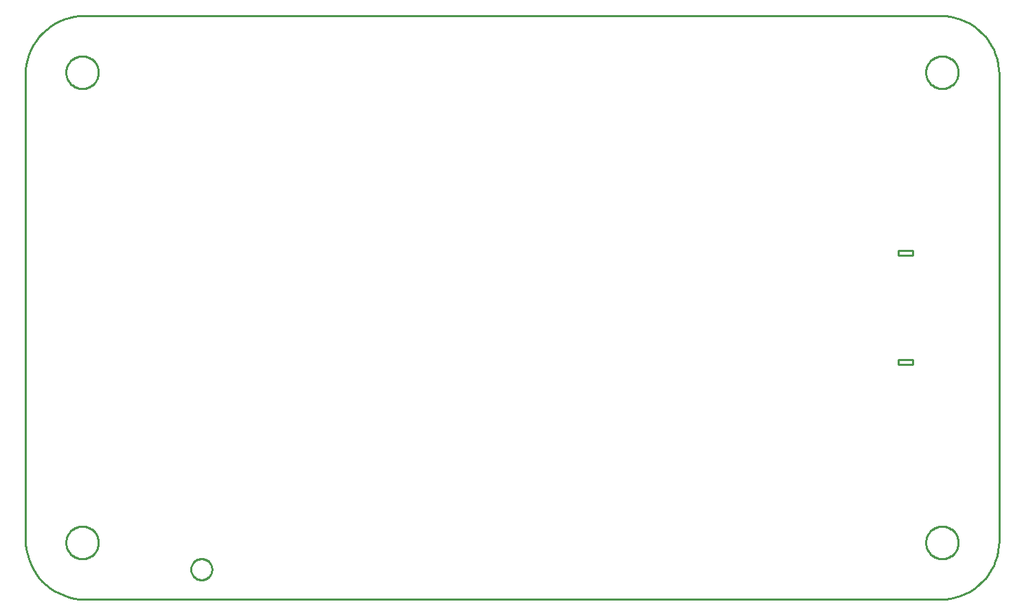
<source format=gbr>
G04 EAGLE Gerber RS-274X export*
G75*
%MOMM*%
%FSLAX34Y34*%
%LPD*%
%IN*%
%IPPOS*%
%AMOC8*
5,1,8,0,0,1.08239X$1,22.5*%
G01*
%ADD10C,0.254000*%


D10*
X-1200000Y-285000D02*
X-1199828Y-291433D01*
X-1199097Y-297826D01*
X-1197811Y-304131D01*
X-1195980Y-310299D01*
X-1193618Y-316285D01*
X-1190744Y-322042D01*
X-1187379Y-327527D01*
X-1183549Y-332698D01*
X-1179283Y-337515D01*
X-1174613Y-341942D01*
X-1169575Y-345946D01*
X-1164208Y-349494D01*
X-1158551Y-352562D01*
X-1152649Y-355125D01*
X-1146545Y-357164D01*
X-1140288Y-358663D01*
X-1133923Y-359610D01*
X-1127500Y-360000D01*
X-72300Y-360000D01*
X-65981Y-359724D01*
X-59711Y-358899D01*
X-53536Y-357530D01*
X-47504Y-355628D01*
X-41660Y-353207D01*
X-36050Y-350287D01*
X-30716Y-346889D01*
X-25698Y-343038D01*
X-21035Y-338765D01*
X-16762Y-334102D01*
X-12911Y-329084D01*
X-9513Y-323750D01*
X-6593Y-318140D01*
X-4172Y-312296D01*
X-2270Y-306264D01*
X-901Y-300090D01*
X-76Y-293819D01*
X200Y-287500D01*
X200Y287500D01*
X-76Y293819D01*
X-901Y300090D01*
X-2270Y306264D01*
X-4172Y312296D01*
X-6593Y318140D01*
X-9513Y323750D01*
X-12911Y329084D01*
X-16762Y334102D01*
X-21035Y338765D01*
X-25698Y343038D01*
X-30716Y346889D01*
X-36050Y350287D01*
X-41660Y353207D01*
X-47504Y355628D01*
X-53536Y357530D01*
X-59711Y358899D01*
X-65981Y359724D01*
X-72300Y360000D01*
X-1127500Y360000D01*
X-1133819Y359724D01*
X-1140090Y358899D01*
X-1146264Y357530D01*
X-1152296Y355628D01*
X-1158140Y353207D01*
X-1163750Y350287D01*
X-1169084Y346889D01*
X-1174102Y343038D01*
X-1178765Y338765D01*
X-1183038Y334102D01*
X-1186889Y329084D01*
X-1190287Y323750D01*
X-1193207Y318140D01*
X-1195628Y312296D01*
X-1197530Y306264D01*
X-1198899Y300090D01*
X-1199724Y293819D01*
X-1200000Y287500D01*
X-1200000Y-285000D01*
X-123500Y64500D02*
X-106500Y64500D01*
X-106500Y70500D01*
X-123500Y70500D01*
X-123500Y64500D01*
X-123500Y-70500D02*
X-106500Y-70500D01*
X-106500Y-64500D01*
X-123500Y-64500D01*
X-123500Y-70500D01*
X-982536Y-310000D02*
X-981609Y-310066D01*
X-980690Y-310198D01*
X-979783Y-310396D01*
X-978892Y-310657D01*
X-978022Y-310982D01*
X-977177Y-311368D01*
X-976362Y-311813D01*
X-975581Y-312315D01*
X-974838Y-312871D01*
X-974136Y-313479D01*
X-973479Y-314136D01*
X-972871Y-314838D01*
X-972315Y-315581D01*
X-971813Y-316362D01*
X-971368Y-317177D01*
X-970982Y-318022D01*
X-970657Y-318892D01*
X-970396Y-319783D01*
X-970198Y-320690D01*
X-970066Y-321609D01*
X-970000Y-322536D01*
X-970000Y-323464D01*
X-970066Y-324391D01*
X-970198Y-325310D01*
X-970396Y-326217D01*
X-970657Y-327108D01*
X-970982Y-327978D01*
X-971368Y-328823D01*
X-971813Y-329638D01*
X-972315Y-330419D01*
X-972871Y-331162D01*
X-973479Y-331864D01*
X-974136Y-332521D01*
X-974838Y-333129D01*
X-975581Y-333685D01*
X-976362Y-334187D01*
X-977177Y-334632D01*
X-978022Y-335018D01*
X-978892Y-335343D01*
X-979783Y-335604D01*
X-980690Y-335802D01*
X-981609Y-335934D01*
X-982536Y-336000D01*
X-983464Y-336000D01*
X-984391Y-335934D01*
X-985310Y-335802D01*
X-986217Y-335604D01*
X-987108Y-335343D01*
X-987978Y-335018D01*
X-988823Y-334632D01*
X-989638Y-334187D01*
X-990419Y-333685D01*
X-991162Y-333129D01*
X-991864Y-332521D01*
X-992521Y-331864D01*
X-993129Y-331162D01*
X-993685Y-330419D01*
X-994187Y-329638D01*
X-994632Y-328823D01*
X-995018Y-327978D01*
X-995343Y-327108D01*
X-995604Y-326217D01*
X-995802Y-325310D01*
X-995934Y-324391D01*
X-996000Y-323464D01*
X-996000Y-322536D01*
X-995934Y-321609D01*
X-995802Y-320690D01*
X-995604Y-319783D01*
X-995343Y-318892D01*
X-995018Y-318022D01*
X-994632Y-317177D01*
X-994187Y-316362D01*
X-993685Y-315581D01*
X-993129Y-314838D01*
X-992521Y-314136D01*
X-991864Y-313479D01*
X-991162Y-312871D01*
X-990419Y-312315D01*
X-989638Y-311813D01*
X-988823Y-311368D01*
X-987978Y-310982D01*
X-987108Y-310657D01*
X-986217Y-310396D01*
X-985310Y-310198D01*
X-984391Y-310066D01*
X-983464Y-310000D01*
X-982536Y-310000D01*
X-1110000Y289396D02*
X-1110073Y288189D01*
X-1110219Y286989D01*
X-1110437Y285800D01*
X-1110726Y284627D01*
X-1111085Y283473D01*
X-1111514Y282343D01*
X-1112010Y281241D01*
X-1112572Y280170D01*
X-1113197Y279136D01*
X-1113884Y278141D01*
X-1114629Y277190D01*
X-1115431Y276285D01*
X-1116285Y275431D01*
X-1117190Y274629D01*
X-1118141Y273884D01*
X-1119136Y273197D01*
X-1120170Y272572D01*
X-1121241Y272010D01*
X-1122343Y271514D01*
X-1123473Y271085D01*
X-1124627Y270726D01*
X-1125800Y270437D01*
X-1126989Y270219D01*
X-1128189Y270073D01*
X-1129396Y270000D01*
X-1130604Y270000D01*
X-1131811Y270073D01*
X-1133011Y270219D01*
X-1134200Y270437D01*
X-1135373Y270726D01*
X-1136527Y271085D01*
X-1137657Y271514D01*
X-1138759Y272010D01*
X-1139830Y272572D01*
X-1140864Y273197D01*
X-1141859Y273884D01*
X-1142810Y274629D01*
X-1143715Y275431D01*
X-1144569Y276285D01*
X-1145371Y277190D01*
X-1146116Y278141D01*
X-1146803Y279136D01*
X-1147428Y280170D01*
X-1147990Y281241D01*
X-1148486Y282343D01*
X-1148915Y283473D01*
X-1149274Y284627D01*
X-1149563Y285800D01*
X-1149781Y286989D01*
X-1149927Y288189D01*
X-1150000Y289396D01*
X-1150000Y290604D01*
X-1149927Y291811D01*
X-1149781Y293011D01*
X-1149563Y294200D01*
X-1149274Y295373D01*
X-1148915Y296527D01*
X-1148486Y297657D01*
X-1147990Y298759D01*
X-1147428Y299830D01*
X-1146803Y300864D01*
X-1146116Y301859D01*
X-1145371Y302810D01*
X-1144569Y303715D01*
X-1143715Y304569D01*
X-1142810Y305371D01*
X-1141859Y306116D01*
X-1140864Y306803D01*
X-1139830Y307428D01*
X-1138759Y307990D01*
X-1137657Y308486D01*
X-1136527Y308915D01*
X-1135373Y309274D01*
X-1134200Y309563D01*
X-1133011Y309781D01*
X-1131811Y309927D01*
X-1130604Y310000D01*
X-1129396Y310000D01*
X-1128189Y309927D01*
X-1126989Y309781D01*
X-1125800Y309563D01*
X-1124627Y309274D01*
X-1123473Y308915D01*
X-1122343Y308486D01*
X-1121241Y307990D01*
X-1120170Y307428D01*
X-1119136Y306803D01*
X-1118141Y306116D01*
X-1117190Y305371D01*
X-1116285Y304569D01*
X-1115431Y303715D01*
X-1114629Y302810D01*
X-1113884Y301859D01*
X-1113197Y300864D01*
X-1112572Y299830D01*
X-1112010Y298759D01*
X-1111514Y297657D01*
X-1111085Y296527D01*
X-1110726Y295373D01*
X-1110437Y294200D01*
X-1110219Y293011D01*
X-1110073Y291811D01*
X-1110000Y290604D01*
X-1110000Y289396D01*
X-1110000Y-290604D02*
X-1110073Y-291811D01*
X-1110219Y-293011D01*
X-1110437Y-294200D01*
X-1110726Y-295373D01*
X-1111085Y-296527D01*
X-1111514Y-297657D01*
X-1112010Y-298759D01*
X-1112572Y-299830D01*
X-1113197Y-300864D01*
X-1113884Y-301859D01*
X-1114629Y-302810D01*
X-1115431Y-303715D01*
X-1116285Y-304569D01*
X-1117190Y-305371D01*
X-1118141Y-306116D01*
X-1119136Y-306803D01*
X-1120170Y-307428D01*
X-1121241Y-307990D01*
X-1122343Y-308486D01*
X-1123473Y-308915D01*
X-1124627Y-309274D01*
X-1125800Y-309563D01*
X-1126989Y-309781D01*
X-1128189Y-309927D01*
X-1129396Y-310000D01*
X-1130604Y-310000D01*
X-1131811Y-309927D01*
X-1133011Y-309781D01*
X-1134200Y-309563D01*
X-1135373Y-309274D01*
X-1136527Y-308915D01*
X-1137657Y-308486D01*
X-1138759Y-307990D01*
X-1139830Y-307428D01*
X-1140864Y-306803D01*
X-1141859Y-306116D01*
X-1142810Y-305371D01*
X-1143715Y-304569D01*
X-1144569Y-303715D01*
X-1145371Y-302810D01*
X-1146116Y-301859D01*
X-1146803Y-300864D01*
X-1147428Y-299830D01*
X-1147990Y-298759D01*
X-1148486Y-297657D01*
X-1148915Y-296527D01*
X-1149274Y-295373D01*
X-1149563Y-294200D01*
X-1149781Y-293011D01*
X-1149927Y-291811D01*
X-1150000Y-290604D01*
X-1150000Y-289396D01*
X-1149927Y-288189D01*
X-1149781Y-286989D01*
X-1149563Y-285800D01*
X-1149274Y-284627D01*
X-1148915Y-283473D01*
X-1148486Y-282343D01*
X-1147990Y-281241D01*
X-1147428Y-280170D01*
X-1146803Y-279136D01*
X-1146116Y-278141D01*
X-1145371Y-277190D01*
X-1144569Y-276285D01*
X-1143715Y-275431D01*
X-1142810Y-274629D01*
X-1141859Y-273884D01*
X-1140864Y-273197D01*
X-1139830Y-272572D01*
X-1138759Y-272010D01*
X-1137657Y-271514D01*
X-1136527Y-271085D01*
X-1135373Y-270726D01*
X-1134200Y-270437D01*
X-1133011Y-270219D01*
X-1131811Y-270073D01*
X-1130604Y-270000D01*
X-1129396Y-270000D01*
X-1128189Y-270073D01*
X-1126989Y-270219D01*
X-1125800Y-270437D01*
X-1124627Y-270726D01*
X-1123473Y-271085D01*
X-1122343Y-271514D01*
X-1121241Y-272010D01*
X-1120170Y-272572D01*
X-1119136Y-273197D01*
X-1118141Y-273884D01*
X-1117190Y-274629D01*
X-1116285Y-275431D01*
X-1115431Y-276285D01*
X-1114629Y-277190D01*
X-1113884Y-278141D01*
X-1113197Y-279136D01*
X-1112572Y-280170D01*
X-1112010Y-281241D01*
X-1111514Y-282343D01*
X-1111085Y-283473D01*
X-1110726Y-284627D01*
X-1110437Y-285800D01*
X-1110219Y-286989D01*
X-1110073Y-288189D01*
X-1110000Y-289396D01*
X-1110000Y-290604D01*
X-50000Y-290604D02*
X-50073Y-291811D01*
X-50219Y-293011D01*
X-50437Y-294200D01*
X-50726Y-295373D01*
X-51085Y-296527D01*
X-51514Y-297657D01*
X-52010Y-298759D01*
X-52572Y-299830D01*
X-53197Y-300864D01*
X-53884Y-301859D01*
X-54629Y-302810D01*
X-55431Y-303715D01*
X-56285Y-304569D01*
X-57190Y-305371D01*
X-58141Y-306116D01*
X-59136Y-306803D01*
X-60170Y-307428D01*
X-61241Y-307990D01*
X-62343Y-308486D01*
X-63473Y-308915D01*
X-64627Y-309274D01*
X-65800Y-309563D01*
X-66989Y-309781D01*
X-68189Y-309927D01*
X-69396Y-310000D01*
X-70604Y-310000D01*
X-71811Y-309927D01*
X-73011Y-309781D01*
X-74200Y-309563D01*
X-75373Y-309274D01*
X-76527Y-308915D01*
X-77657Y-308486D01*
X-78759Y-307990D01*
X-79830Y-307428D01*
X-80864Y-306803D01*
X-81859Y-306116D01*
X-82810Y-305371D01*
X-83715Y-304569D01*
X-84569Y-303715D01*
X-85371Y-302810D01*
X-86116Y-301859D01*
X-86803Y-300864D01*
X-87428Y-299830D01*
X-87990Y-298759D01*
X-88486Y-297657D01*
X-88915Y-296527D01*
X-89274Y-295373D01*
X-89563Y-294200D01*
X-89781Y-293011D01*
X-89927Y-291811D01*
X-90000Y-290604D01*
X-90000Y-289396D01*
X-89927Y-288189D01*
X-89781Y-286989D01*
X-89563Y-285800D01*
X-89274Y-284627D01*
X-88915Y-283473D01*
X-88486Y-282343D01*
X-87990Y-281241D01*
X-87428Y-280170D01*
X-86803Y-279136D01*
X-86116Y-278141D01*
X-85371Y-277190D01*
X-84569Y-276285D01*
X-83715Y-275431D01*
X-82810Y-274629D01*
X-81859Y-273884D01*
X-80864Y-273197D01*
X-79830Y-272572D01*
X-78759Y-272010D01*
X-77657Y-271514D01*
X-76527Y-271085D01*
X-75373Y-270726D01*
X-74200Y-270437D01*
X-73011Y-270219D01*
X-71811Y-270073D01*
X-70604Y-270000D01*
X-69396Y-270000D01*
X-68189Y-270073D01*
X-66989Y-270219D01*
X-65800Y-270437D01*
X-64627Y-270726D01*
X-63473Y-271085D01*
X-62343Y-271514D01*
X-61241Y-272010D01*
X-60170Y-272572D01*
X-59136Y-273197D01*
X-58141Y-273884D01*
X-57190Y-274629D01*
X-56285Y-275431D01*
X-55431Y-276285D01*
X-54629Y-277190D01*
X-53884Y-278141D01*
X-53197Y-279136D01*
X-52572Y-280170D01*
X-52010Y-281241D01*
X-51514Y-282343D01*
X-51085Y-283473D01*
X-50726Y-284627D01*
X-50437Y-285800D01*
X-50219Y-286989D01*
X-50073Y-288189D01*
X-50000Y-289396D01*
X-50000Y-290604D01*
X-50000Y289396D02*
X-50073Y288189D01*
X-50219Y286989D01*
X-50437Y285800D01*
X-50726Y284627D01*
X-51085Y283473D01*
X-51514Y282343D01*
X-52010Y281241D01*
X-52572Y280170D01*
X-53197Y279136D01*
X-53884Y278141D01*
X-54629Y277190D01*
X-55431Y276285D01*
X-56285Y275431D01*
X-57190Y274629D01*
X-58141Y273884D01*
X-59136Y273197D01*
X-60170Y272572D01*
X-61241Y272010D01*
X-62343Y271514D01*
X-63473Y271085D01*
X-64627Y270726D01*
X-65800Y270437D01*
X-66989Y270219D01*
X-68189Y270073D01*
X-69396Y270000D01*
X-70604Y270000D01*
X-71811Y270073D01*
X-73011Y270219D01*
X-74200Y270437D01*
X-75373Y270726D01*
X-76527Y271085D01*
X-77657Y271514D01*
X-78759Y272010D01*
X-79830Y272572D01*
X-80864Y273197D01*
X-81859Y273884D01*
X-82810Y274629D01*
X-83715Y275431D01*
X-84569Y276285D01*
X-85371Y277190D01*
X-86116Y278141D01*
X-86803Y279136D01*
X-87428Y280170D01*
X-87990Y281241D01*
X-88486Y282343D01*
X-88915Y283473D01*
X-89274Y284627D01*
X-89563Y285800D01*
X-89781Y286989D01*
X-89927Y288189D01*
X-90000Y289396D01*
X-90000Y290604D01*
X-89927Y291811D01*
X-89781Y293011D01*
X-89563Y294200D01*
X-89274Y295373D01*
X-88915Y296527D01*
X-88486Y297657D01*
X-87990Y298759D01*
X-87428Y299830D01*
X-86803Y300864D01*
X-86116Y301859D01*
X-85371Y302810D01*
X-84569Y303715D01*
X-83715Y304569D01*
X-82810Y305371D01*
X-81859Y306116D01*
X-80864Y306803D01*
X-79830Y307428D01*
X-78759Y307990D01*
X-77657Y308486D01*
X-76527Y308915D01*
X-75373Y309274D01*
X-74200Y309563D01*
X-73011Y309781D01*
X-71811Y309927D01*
X-70604Y310000D01*
X-69396Y310000D01*
X-68189Y309927D01*
X-66989Y309781D01*
X-65800Y309563D01*
X-64627Y309274D01*
X-63473Y308915D01*
X-62343Y308486D01*
X-61241Y307990D01*
X-60170Y307428D01*
X-59136Y306803D01*
X-58141Y306116D01*
X-57190Y305371D01*
X-56285Y304569D01*
X-55431Y303715D01*
X-54629Y302810D01*
X-53884Y301859D01*
X-53197Y300864D01*
X-52572Y299830D01*
X-52010Y298759D01*
X-51514Y297657D01*
X-51085Y296527D01*
X-50726Y295373D01*
X-50437Y294200D01*
X-50219Y293011D01*
X-50073Y291811D01*
X-50000Y290604D01*
X-50000Y289396D01*
M02*

</source>
